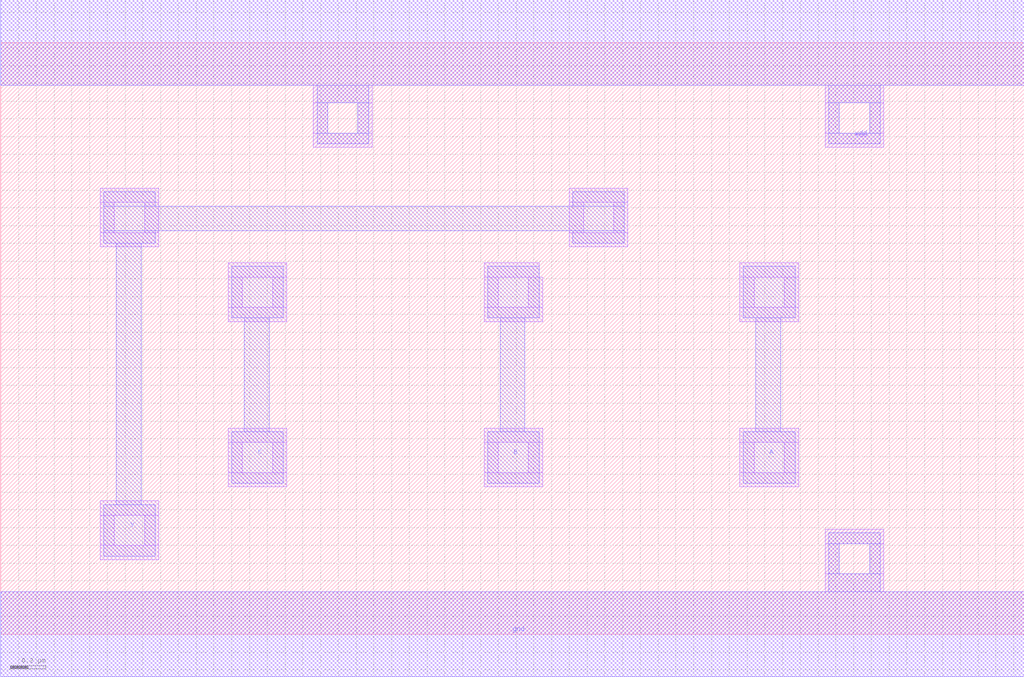
<source format=lef>
VERSION 5.7 ;
  NOWIREEXTENSIONATPIN ON ;
  DIVIDERCHAR "/" ;
  BUSBITCHARS "[]" ;
MACRO NAND3X1
  CLASS CORE ;
  FOREIGN NAND3X1 ;
  ORIGIN 0.000 0.000 ;
  SIZE 5.760 BY 3.330 ;
  SYMMETRY X Y R90 ;
  SITE unit ;
  PIN vdd
    DIRECTION INOUT ;
    USE POWER ;
    SHAPE ABUTMENT ;
    PORT
      LAYER met1 ;
        RECT 0.000 3.090 5.760 3.570 ;
        RECT 1.780 2.990 2.070 3.090 ;
        RECT 1.780 2.820 1.840 2.990 ;
        RECT 2.010 2.820 2.070 2.990 ;
        RECT 1.780 2.760 2.070 2.820 ;
        RECT 4.660 2.990 4.950 3.090 ;
        RECT 4.660 2.820 4.720 2.990 ;
        RECT 4.890 2.820 4.950 2.990 ;
        RECT 4.660 2.760 4.950 2.820 ;
    END
    PORT
      LAYER li1 ;
        RECT 0.000 3.090 5.760 3.570 ;
        RECT 1.760 2.990 2.090 3.090 ;
        RECT 1.760 2.820 1.840 2.990 ;
        RECT 2.010 2.820 2.090 2.990 ;
        RECT 1.760 2.740 2.090 2.820 ;
        RECT 4.640 2.990 4.970 3.090 ;
        RECT 4.640 2.820 4.720 2.990 ;
        RECT 4.890 2.820 4.970 2.990 ;
        RECT 4.640 2.740 4.970 2.820 ;
    END
  END vdd
  PIN gnd
    DIRECTION INOUT ;
    USE GROUND ;
    SHAPE ABUTMENT ;
    PORT
      LAYER met1 ;
        RECT 4.660 0.510 4.950 0.570 ;
        RECT 4.660 0.340 4.720 0.510 ;
        RECT 4.890 0.340 4.950 0.510 ;
        RECT 4.660 0.240 4.950 0.340 ;
        RECT 0.000 -0.240 5.760 0.240 ;
    END
    PORT
      LAYER li1 ;
        RECT 4.640 0.510 4.970 0.590 ;
        RECT 4.640 0.340 4.720 0.510 ;
        RECT 4.890 0.340 4.970 0.510 ;
        RECT 4.640 0.240 4.970 0.340 ;
        RECT 0.000 -0.240 5.760 0.240 ;
    END
  END gnd
  PIN Y
    DIRECTION INOUT ;
    USE SIGNAL ;
    SHAPE ABUTMENT ;
    PORT
      LAYER met1 ;
        RECT 0.580 2.410 0.870 2.490 ;
        RECT 3.220 2.410 3.510 2.490 ;
        RECT 0.580 2.270 3.510 2.410 ;
        RECT 0.580 2.200 0.870 2.270 ;
        RECT 3.220 2.200 3.510 2.270 ;
        RECT 0.650 0.730 0.790 2.200 ;
        RECT 0.580 0.440 0.870 0.730 ;
    END
  END Y
  PIN C
    DIRECTION INOUT ;
    USE SIGNAL ;
    SHAPE ABUTMENT ;
    PORT
      LAYER met1 ;
        RECT 1.300 1.780 1.590 2.070 ;
        RECT 1.370 1.140 1.510 1.780 ;
        RECT 1.300 0.850 1.590 1.140 ;
    END
  END C
  PIN B
    DIRECTION INOUT ;
    USE SIGNAL ;
    SHAPE ABUTMENT ;
    PORT
      LAYER met1 ;
        RECT 2.740 1.780 3.030 2.070 ;
        RECT 2.810 1.140 2.950 1.780 ;
        RECT 2.740 0.850 3.030 1.140 ;
    END
  END B
  PIN A
    DIRECTION INOUT ;
    USE SIGNAL ;
    SHAPE ABUTMENT ;
    PORT
      LAYER met1 ;
        RECT 4.180 1.780 4.470 2.070 ;
        RECT 4.250 1.140 4.390 1.780 ;
        RECT 4.180 0.850 4.470 1.140 ;
    END
  END A
  OBS
      LAYER li1 ;
        RECT 0.560 2.430 0.890 2.510 ;
        RECT 0.560 2.260 0.640 2.430 ;
        RECT 0.810 2.260 0.890 2.430 ;
        RECT 0.560 2.180 0.890 2.260 ;
        RECT 3.200 2.430 3.530 2.510 ;
        RECT 3.200 2.260 3.280 2.430 ;
        RECT 3.450 2.260 3.530 2.430 ;
        RECT 3.200 2.180 3.530 2.260 ;
        RECT 1.280 2.010 1.610 2.090 ;
        RECT 1.280 1.840 1.360 2.010 ;
        RECT 1.530 1.840 1.610 2.010 ;
        RECT 1.280 1.760 1.610 1.840 ;
        RECT 2.720 2.010 3.030 2.090 ;
        RECT 4.160 2.010 4.490 2.090 ;
        RECT 2.720 1.840 2.800 2.010 ;
        RECT 2.970 1.840 3.050 2.010 ;
        RECT 2.720 1.760 3.050 1.840 ;
        RECT 4.160 1.840 4.240 2.010 ;
        RECT 4.410 1.840 4.490 2.010 ;
        RECT 4.160 1.760 4.490 1.840 ;
        RECT 1.280 1.080 1.610 1.160 ;
        RECT 1.280 0.910 1.360 1.080 ;
        RECT 1.530 0.910 1.610 1.080 ;
        RECT 1.280 0.830 1.610 0.910 ;
        RECT 2.720 1.080 3.050 1.160 ;
        RECT 2.720 0.910 2.800 1.080 ;
        RECT 2.970 0.910 3.050 1.080 ;
        RECT 2.720 0.830 3.050 0.910 ;
        RECT 4.160 1.080 4.490 1.160 ;
        RECT 4.160 0.910 4.240 1.080 ;
        RECT 4.410 0.910 4.490 1.080 ;
        RECT 4.160 0.830 4.490 0.910 ;
        RECT 0.560 0.670 0.890 0.750 ;
        RECT 0.560 0.500 0.640 0.670 ;
        RECT 0.810 0.500 0.890 0.670 ;
        RECT 0.560 0.420 0.890 0.500 ;
  END
END NAND3X1
END LIBRARY


</source>
